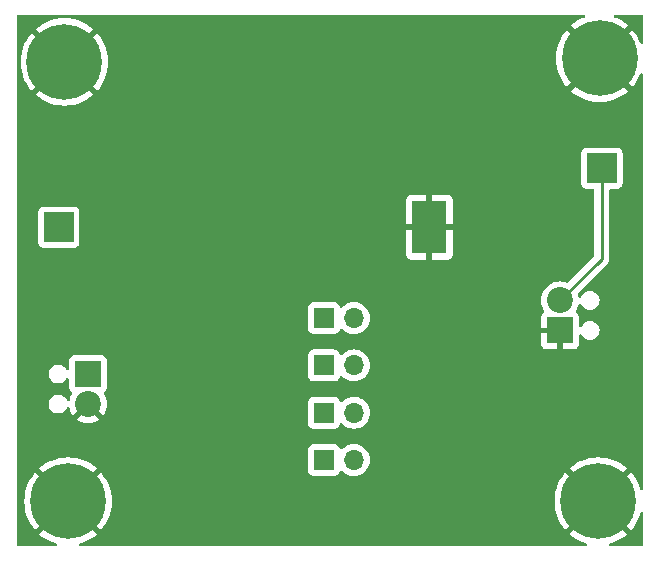
<source format=gbr>
%TF.GenerationSoftware,KiCad,Pcbnew,7.0.1*%
%TF.CreationDate,2023-04-11T14:03:01+02:00*%
%TF.ProjectId,sistabossen,73697374-6162-46f7-9373-656e2e6b6963,rev?*%
%TF.SameCoordinates,Original*%
%TF.FileFunction,Copper,L2,Bot*%
%TF.FilePolarity,Positive*%
%FSLAX46Y46*%
G04 Gerber Fmt 4.6, Leading zero omitted, Abs format (unit mm)*
G04 Created by KiCad (PCBNEW 7.0.1) date 2023-04-11 14:03:01*
%MOMM*%
%LPD*%
G01*
G04 APERTURE LIST*
%TA.AperFunction,ComponentPad*%
%ADD10C,0.600000*%
%TD*%
%TA.AperFunction,SMDPad,CuDef*%
%ADD11R,2.950000X4.500000*%
%TD*%
%TA.AperFunction,ComponentPad*%
%ADD12R,2.200000X2.200000*%
%TD*%
%TA.AperFunction,ComponentPad*%
%ADD13C,2.200000*%
%TD*%
%TA.AperFunction,ComponentPad*%
%ADD14R,1.700000X1.700000*%
%TD*%
%TA.AperFunction,ComponentPad*%
%ADD15O,1.700000X1.700000*%
%TD*%
%TA.AperFunction,ComponentPad*%
%ADD16R,2.500000X2.500000*%
%TD*%
%TA.AperFunction,ComponentPad*%
%ADD17C,0.800000*%
%TD*%
%TA.AperFunction,ComponentPad*%
%ADD18C,6.400000*%
%TD*%
%TA.AperFunction,ViaPad*%
%ADD19C,0.800000*%
%TD*%
%TA.AperFunction,Conductor*%
%ADD20C,0.250000*%
%TD*%
G04 APERTURE END LIST*
D10*
%TO.P,U1,9,GNDPAD*%
%TO.N,GND*%
X101300000Y-56197056D03*
X101300000Y-57397056D03*
X101300000Y-58697056D03*
X101300000Y-59797056D03*
D11*
X101900000Y-57997056D03*
D10*
X102500000Y-56197056D03*
X102500000Y-57397056D03*
X102500000Y-58697056D03*
X102500000Y-59797056D03*
%TD*%
D12*
%TO.P,J2,1,Pin_1*%
%TO.N,/VOUT*%
X73000000Y-70427056D03*
D13*
%TO.P,J2,2,Pin_2*%
%TO.N,GND*%
X73000000Y-72967056D03*
%TD*%
D14*
%TO.P,J3,1,Pin_1*%
%TO.N,Net-(J3-Pin_1)*%
X92960000Y-65697056D03*
D15*
%TO.P,J3,2,Pin_2*%
%TO.N,Net-(J3-Pin_2)*%
X95500000Y-65697056D03*
%TD*%
D14*
%TO.P,J5,1,Pin_1*%
%TO.N,Net-(J3-Pin_1)*%
X92960000Y-73697056D03*
D15*
%TO.P,J5,2,Pin_2*%
%TO.N,Net-(J5-Pin_2)*%
X95500000Y-73697056D03*
%TD*%
D14*
%TO.P,J6,1,Pin_1*%
%TO.N,Net-(J3-Pin_1)*%
X92960000Y-77697056D03*
D15*
%TO.P,J6,2,Pin_2*%
%TO.N,Net-(J6-Pin_2)*%
X95500000Y-77697056D03*
%TD*%
D14*
%TO.P,J4,1,Pin_1*%
%TO.N,Net-(J3-Pin_1)*%
X92960000Y-69697056D03*
D15*
%TO.P,J4,2,Pin_2*%
%TO.N,Net-(J4-Pin_2)*%
X95500000Y-69697056D03*
%TD*%
D12*
%TO.P,J1,1,Pin_1*%
%TO.N,GND*%
X112960000Y-66737056D03*
D13*
%TO.P,J1,2,Pin_2*%
%TO.N,/VIN*%
X112960000Y-64197056D03*
%TD*%
D16*
%TO.P,TP3,1,1*%
%TO.N,/VOUT*%
X70500000Y-58000000D03*
%TD*%
D17*
%TO.P,H3,1,1*%
%TO.N,GND*%
X113797056Y-81197056D03*
X114500000Y-79500000D03*
X114500000Y-82894112D03*
X116197056Y-78797056D03*
D18*
X116197056Y-81197056D03*
D17*
X116197056Y-83597056D03*
X117894112Y-79500000D03*
X117894112Y-82894112D03*
X118597056Y-81197056D03*
%TD*%
%TO.P,H2,1,1*%
%TO.N,GND*%
X113902944Y-43697056D03*
X114605888Y-42000000D03*
X114605888Y-45394112D03*
X116302944Y-41297056D03*
D18*
X116302944Y-43697056D03*
D17*
X116302944Y-46097056D03*
X118000000Y-42000000D03*
X118000000Y-45394112D03*
X118702944Y-43697056D03*
%TD*%
D16*
%TO.P,TP1,1,1*%
%TO.N,/VIN*%
X116500000Y-53000000D03*
%TD*%
D17*
%TO.P,H1,1,1*%
%TO.N,GND*%
X68600000Y-44000000D03*
X69302944Y-42302944D03*
X69302944Y-45697056D03*
X71000000Y-41600000D03*
D18*
X71000000Y-44000000D03*
D17*
X71000000Y-46400000D03*
X72697056Y-42302944D03*
X72697056Y-45697056D03*
X73400000Y-44000000D03*
%TD*%
%TO.P,H4,1,1*%
%TO.N,GND*%
X68902944Y-81197056D03*
X69605888Y-79500000D03*
X69605888Y-82894112D03*
X71302944Y-78797056D03*
D18*
X71302944Y-81197056D03*
D17*
X71302944Y-83597056D03*
X73000000Y-79500000D03*
X73000000Y-82894112D03*
X73702944Y-81197056D03*
%TD*%
D19*
%TO.N,GND*%
X101000000Y-80500000D03*
X111000000Y-61000000D03*
X101000000Y-49500000D03*
X83000000Y-77500000D03*
%TD*%
D20*
%TO.N,/VIN*%
X116500000Y-53000000D02*
X116500000Y-60657056D01*
X116500000Y-60657056D02*
X112960000Y-64197056D01*
%TD*%
%TA.AperFunction,Conductor*%
%TO.N,GND*%
G36*
X115004514Y-40019113D02*
G01*
X115050240Y-40069365D01*
X115062622Y-40136169D01*
X115037942Y-40199470D01*
X114983610Y-40240264D01*
X114795953Y-40312298D01*
X114450400Y-40488365D01*
X114125158Y-40699582D01*
X113867592Y-40908152D01*
X116302944Y-43343503D01*
X116302945Y-43343503D01*
X118738294Y-40908152D01*
X118738294Y-40908151D01*
X118480736Y-40699586D01*
X118155487Y-40488365D01*
X117809934Y-40312298D01*
X117622278Y-40240264D01*
X117567946Y-40199470D01*
X117543266Y-40136169D01*
X117555648Y-40069365D01*
X117601374Y-40019113D01*
X117666716Y-40000500D01*
X119875500Y-40000500D01*
X119937500Y-40017113D01*
X119982887Y-40062500D01*
X119999500Y-40124500D01*
X119999500Y-42333284D01*
X119980887Y-42398626D01*
X119930635Y-42444352D01*
X119863831Y-42456734D01*
X119800530Y-42432054D01*
X119759736Y-42377722D01*
X119687701Y-42190065D01*
X119511634Y-41844512D01*
X119300413Y-41519263D01*
X119091848Y-41261705D01*
X119091847Y-41261704D01*
X116656497Y-43697056D01*
X119091846Y-46132405D01*
X119300417Y-45874842D01*
X119511634Y-45549599D01*
X119687701Y-45204046D01*
X119759736Y-45016390D01*
X119800530Y-44962058D01*
X119863831Y-44937378D01*
X119930635Y-44949760D01*
X119980887Y-44995486D01*
X119999500Y-45060828D01*
X119999500Y-80150392D01*
X119985489Y-80207649D01*
X119946623Y-80251967D01*
X119891685Y-80273331D01*
X119833089Y-80266914D01*
X119784077Y-80234165D01*
X119755725Y-80182485D01*
X119720795Y-80052124D01*
X119581813Y-79690065D01*
X119405746Y-79344512D01*
X119194525Y-79019263D01*
X118985960Y-78761705D01*
X118985959Y-78761704D01*
X116550609Y-81197056D01*
X116550609Y-81197057D01*
X118985958Y-83632405D01*
X119194529Y-83374842D01*
X119405746Y-83049599D01*
X119581813Y-82704046D01*
X119720795Y-82341987D01*
X119755725Y-82211627D01*
X119784077Y-82159947D01*
X119833089Y-82127198D01*
X119891685Y-82120781D01*
X119946623Y-82142145D01*
X119985489Y-82186463D01*
X119999500Y-82243720D01*
X119999500Y-84875500D01*
X119982887Y-84937500D01*
X119937500Y-84982887D01*
X119875500Y-84999500D01*
X117243720Y-84999500D01*
X117186463Y-84985489D01*
X117142145Y-84946623D01*
X117120781Y-84891685D01*
X117127198Y-84833089D01*
X117159947Y-84784077D01*
X117211627Y-84755725D01*
X117341987Y-84720795D01*
X117704046Y-84581813D01*
X118049599Y-84405746D01*
X118374842Y-84194529D01*
X118632405Y-83985958D01*
X116197056Y-81550609D01*
X113761704Y-83985959D01*
X113761705Y-83985960D01*
X114019263Y-84194525D01*
X114344512Y-84405746D01*
X114690065Y-84581813D01*
X115052124Y-84720795D01*
X115182485Y-84755725D01*
X115234165Y-84784077D01*
X115266914Y-84833089D01*
X115273331Y-84891685D01*
X115251967Y-84946623D01*
X115207649Y-84985489D01*
X115150392Y-84999500D01*
X72349608Y-84999500D01*
X72292351Y-84985489D01*
X72248033Y-84946623D01*
X72226669Y-84891685D01*
X72233086Y-84833089D01*
X72265835Y-84784077D01*
X72317515Y-84755725D01*
X72447875Y-84720795D01*
X72809934Y-84581813D01*
X73155487Y-84405746D01*
X73480730Y-84194529D01*
X73738293Y-83985958D01*
X71302944Y-81550609D01*
X68867592Y-83985959D01*
X68867593Y-83985960D01*
X69125151Y-84194525D01*
X69450400Y-84405746D01*
X69795953Y-84581813D01*
X70158012Y-84720795D01*
X70288373Y-84755725D01*
X70340053Y-84784077D01*
X70372802Y-84833089D01*
X70379219Y-84891685D01*
X70357855Y-84946623D01*
X70313537Y-84985489D01*
X70256280Y-84999500D01*
X67500099Y-84999500D01*
X67124500Y-84999500D01*
X67062500Y-84982887D01*
X67017113Y-84937500D01*
X67000500Y-84875500D01*
X67000500Y-81197056D01*
X67597866Y-81197056D01*
X67618163Y-81584344D01*
X67678829Y-81967381D01*
X67779204Y-82341987D01*
X67918186Y-82704046D01*
X68094253Y-83049599D01*
X68305474Y-83374848D01*
X68514039Y-83632406D01*
X68514040Y-83632406D01*
X70949391Y-81197057D01*
X70949391Y-81197056D01*
X71656497Y-81197056D01*
X74091846Y-83632405D01*
X74300417Y-83374842D01*
X74511634Y-83049599D01*
X74687701Y-82704046D01*
X74826683Y-82341987D01*
X74927058Y-81967381D01*
X74987724Y-81584344D01*
X75008021Y-81197056D01*
X112491978Y-81197056D01*
X112512275Y-81584344D01*
X112572941Y-81967381D01*
X112673316Y-82341987D01*
X112812298Y-82704046D01*
X112988365Y-83049599D01*
X113199586Y-83374848D01*
X113408151Y-83632406D01*
X113408152Y-83632406D01*
X115843503Y-81197057D01*
X115843503Y-81197056D01*
X113408152Y-78761704D01*
X113199582Y-79019270D01*
X112988365Y-79344512D01*
X112812298Y-79690065D01*
X112673316Y-80052124D01*
X112572941Y-80426730D01*
X112512275Y-80809767D01*
X112491978Y-81197056D01*
X75008021Y-81197056D01*
X74987724Y-80809767D01*
X74927058Y-80426730D01*
X74826683Y-80052124D01*
X74687701Y-79690065D01*
X74511634Y-79344512D01*
X74300413Y-79019263D01*
X74091848Y-78761705D01*
X74091847Y-78761704D01*
X71656497Y-81197056D01*
X70949391Y-81197056D01*
X68514040Y-78761704D01*
X68305470Y-79019270D01*
X68094253Y-79344512D01*
X67918186Y-79690065D01*
X67779204Y-80052124D01*
X67678829Y-80426730D01*
X67618163Y-80809767D01*
X67597866Y-81197056D01*
X67000500Y-81197056D01*
X67000500Y-78408152D01*
X68867592Y-78408152D01*
X71302944Y-80843503D01*
X71302945Y-80843503D01*
X73551521Y-78594925D01*
X91609500Y-78594925D01*
X91615909Y-78654540D01*
X91641056Y-78721963D01*
X91666204Y-78789387D01*
X91752454Y-78904602D01*
X91867669Y-78990852D01*
X92002517Y-79041147D01*
X92062127Y-79047556D01*
X93857872Y-79047555D01*
X93917483Y-79041147D01*
X94052331Y-78990852D01*
X94167546Y-78904602D01*
X94253796Y-78789387D01*
X94302810Y-78657972D01*
X94337789Y-78607593D01*
X94392634Y-78580140D01*
X94453927Y-78582329D01*
X94506672Y-78613624D01*
X94628599Y-78735551D01*
X94822170Y-78871091D01*
X95036337Y-78970959D01*
X95264592Y-79032119D01*
X95500000Y-79052715D01*
X95735408Y-79032119D01*
X95963663Y-78970959D01*
X96177830Y-78871091D01*
X96371401Y-78735551D01*
X96538495Y-78568457D01*
X96650742Y-78408152D01*
X113761704Y-78408152D01*
X116197056Y-80843503D01*
X116197057Y-80843503D01*
X118632406Y-78408152D01*
X118632406Y-78408151D01*
X118374848Y-78199586D01*
X118049599Y-77988365D01*
X117704046Y-77812298D01*
X117341987Y-77673316D01*
X116967381Y-77572941D01*
X116584344Y-77512275D01*
X116197056Y-77491978D01*
X115809767Y-77512275D01*
X115426730Y-77572941D01*
X115052124Y-77673316D01*
X114690065Y-77812298D01*
X114344512Y-77988365D01*
X114019270Y-78199582D01*
X113761704Y-78408152D01*
X96650742Y-78408152D01*
X96674035Y-78374886D01*
X96773903Y-78160719D01*
X96835063Y-77932464D01*
X96855659Y-77697056D01*
X96835063Y-77461648D01*
X96773903Y-77233393D01*
X96674035Y-77019227D01*
X96538495Y-76825655D01*
X96371401Y-76658561D01*
X96177830Y-76523021D01*
X95963663Y-76423153D01*
X95902502Y-76406765D01*
X95735407Y-76361992D01*
X95500000Y-76341396D01*
X95264592Y-76361992D01*
X95036336Y-76423153D01*
X94822170Y-76523021D01*
X94628601Y-76658559D01*
X94506673Y-76780487D01*
X94453926Y-76811782D01*
X94392634Y-76813971D01*
X94337789Y-76786518D01*
X94302810Y-76736138D01*
X94295658Y-76716963D01*
X94253796Y-76604725D01*
X94167546Y-76489510D01*
X94052331Y-76403260D01*
X93917483Y-76352965D01*
X93857873Y-76346556D01*
X93857869Y-76346556D01*
X92062130Y-76346556D01*
X92002515Y-76352965D01*
X91867669Y-76403260D01*
X91752454Y-76489510D01*
X91666204Y-76604724D01*
X91615909Y-76739572D01*
X91609500Y-76799186D01*
X91609500Y-78594925D01*
X73551521Y-78594925D01*
X73738294Y-78408152D01*
X73738294Y-78408151D01*
X73480736Y-78199586D01*
X73155487Y-77988365D01*
X72809934Y-77812298D01*
X72447875Y-77673316D01*
X72073269Y-77572941D01*
X71690232Y-77512275D01*
X71302944Y-77491978D01*
X70915655Y-77512275D01*
X70532618Y-77572941D01*
X70158012Y-77673316D01*
X69795953Y-77812298D01*
X69450400Y-77988365D01*
X69125158Y-78199582D01*
X68867592Y-78408152D01*
X67000500Y-78408152D01*
X67000500Y-74594925D01*
X91609500Y-74594925D01*
X91615909Y-74654540D01*
X91641056Y-74721962D01*
X91666204Y-74789387D01*
X91752454Y-74904602D01*
X91867669Y-74990852D01*
X92002517Y-75041147D01*
X92062127Y-75047556D01*
X93857872Y-75047555D01*
X93917483Y-75041147D01*
X94052331Y-74990852D01*
X94167546Y-74904602D01*
X94253796Y-74789387D01*
X94302810Y-74657972D01*
X94337789Y-74607593D01*
X94392634Y-74580140D01*
X94453927Y-74582329D01*
X94506673Y-74613625D01*
X94628599Y-74735551D01*
X94822170Y-74871091D01*
X95036337Y-74970959D01*
X95264592Y-75032119D01*
X95500000Y-75052715D01*
X95735408Y-75032119D01*
X95963663Y-74970959D01*
X96177830Y-74871091D01*
X96371401Y-74735551D01*
X96538495Y-74568457D01*
X96674035Y-74374886D01*
X96773903Y-74160719D01*
X96835063Y-73932464D01*
X96855659Y-73697056D01*
X96835063Y-73461648D01*
X96773903Y-73233393D01*
X96674035Y-73019227D01*
X96538495Y-72825655D01*
X96371401Y-72658561D01*
X96177830Y-72523021D01*
X95963663Y-72423153D01*
X95902502Y-72406765D01*
X95735407Y-72361992D01*
X95500000Y-72341396D01*
X95264592Y-72361992D01*
X95036336Y-72423153D01*
X94822170Y-72523021D01*
X94628601Y-72658559D01*
X94506673Y-72780487D01*
X94453926Y-72811782D01*
X94392634Y-72813971D01*
X94337789Y-72786518D01*
X94302810Y-72736138D01*
X94289391Y-72700160D01*
X94253796Y-72604725D01*
X94167546Y-72489510D01*
X94052331Y-72403260D01*
X93917483Y-72352965D01*
X93857873Y-72346556D01*
X93857869Y-72346556D01*
X92062130Y-72346556D01*
X92002515Y-72352965D01*
X91867669Y-72403260D01*
X91752454Y-72489510D01*
X91666204Y-72604724D01*
X91621288Y-72725149D01*
X91615909Y-72739573D01*
X91610724Y-72787804D01*
X91609500Y-72799186D01*
X91609500Y-74594925D01*
X67000500Y-74594925D01*
X67000500Y-74264788D01*
X72055819Y-74264788D01*
X72055820Y-74264789D01*
X72056631Y-74265483D01*
X72271372Y-74397075D01*
X72504043Y-74493452D01*
X72748929Y-74552243D01*
X72999999Y-74572003D01*
X73251070Y-74552243D01*
X73495956Y-74493452D01*
X73728632Y-74397073D01*
X73943364Y-74265486D01*
X73944179Y-74264788D01*
X73000001Y-73320609D01*
X73000000Y-73320609D01*
X72055819Y-74264788D01*
X67000500Y-74264788D01*
X67000500Y-72967056D01*
X69654434Y-72967056D01*
X69674631Y-73146307D01*
X69674631Y-73146309D01*
X69674632Y-73146311D01*
X69734211Y-73316578D01*
X69734212Y-73316579D01*
X69830185Y-73469320D01*
X69957735Y-73596870D01*
X69957737Y-73596871D01*
X69957738Y-73596872D01*
X70110478Y-73692845D01*
X70280745Y-73752424D01*
X70347895Y-73759989D01*
X70415043Y-73767556D01*
X70415046Y-73767556D01*
X70504954Y-73767556D01*
X70504957Y-73767556D01*
X70562511Y-73761070D01*
X70639255Y-73752424D01*
X70809522Y-73692845D01*
X70962262Y-73596872D01*
X71089816Y-73469318D01*
X71185789Y-73316578D01*
X71196420Y-73286193D01*
X71231667Y-73233951D01*
X71288043Y-73205781D01*
X71350985Y-73208962D01*
X71404234Y-73242670D01*
X71434036Y-73298201D01*
X71473603Y-73463012D01*
X71569982Y-73695688D01*
X71701570Y-73910421D01*
X71702265Y-73911234D01*
X71702266Y-73911234D01*
X72912318Y-72701183D01*
X72967905Y-72669089D01*
X73032093Y-72669089D01*
X73087680Y-72701183D01*
X74297732Y-73911235D01*
X74298430Y-73910420D01*
X74430017Y-73695688D01*
X74526396Y-73463012D01*
X74585187Y-73218126D01*
X74604947Y-72967055D01*
X74585187Y-72715985D01*
X74526396Y-72471099D01*
X74430017Y-72238423D01*
X74349077Y-72106340D01*
X74331006Y-72048629D01*
X74342380Y-71989235D01*
X74380494Y-71942283D01*
X74457546Y-71884602D01*
X74543796Y-71769387D01*
X74594091Y-71634539D01*
X74600500Y-71574929D01*
X74600500Y-70594925D01*
X91609500Y-70594925D01*
X91615909Y-70654540D01*
X91641056Y-70721962D01*
X91666204Y-70789387D01*
X91752454Y-70904602D01*
X91867669Y-70990852D01*
X92002517Y-71041147D01*
X92062127Y-71047556D01*
X93857872Y-71047555D01*
X93917483Y-71041147D01*
X94052331Y-70990852D01*
X94167546Y-70904602D01*
X94253796Y-70789387D01*
X94302810Y-70657972D01*
X94337789Y-70607593D01*
X94392634Y-70580140D01*
X94453927Y-70582329D01*
X94506673Y-70613625D01*
X94628599Y-70735551D01*
X94822170Y-70871091D01*
X95036337Y-70970959D01*
X95264592Y-71032119D01*
X95500000Y-71052715D01*
X95735408Y-71032119D01*
X95963663Y-70970959D01*
X96177830Y-70871091D01*
X96371401Y-70735551D01*
X96538495Y-70568457D01*
X96674035Y-70374886D01*
X96773903Y-70160719D01*
X96835063Y-69932464D01*
X96855659Y-69697056D01*
X96835063Y-69461648D01*
X96773903Y-69233393D01*
X96674035Y-69019227D01*
X96538495Y-68825655D01*
X96371401Y-68658561D01*
X96177830Y-68523021D01*
X95963663Y-68423153D01*
X95902502Y-68406765D01*
X95735407Y-68361992D01*
X95500000Y-68341396D01*
X95264592Y-68361992D01*
X95036336Y-68423153D01*
X94822170Y-68523021D01*
X94628601Y-68658559D01*
X94506673Y-68780487D01*
X94453926Y-68811782D01*
X94392634Y-68813971D01*
X94337789Y-68786518D01*
X94302810Y-68736138D01*
X94295658Y-68716963D01*
X94253796Y-68604725D01*
X94167546Y-68489510D01*
X94052331Y-68403260D01*
X93917483Y-68352965D01*
X93857873Y-68346556D01*
X93857869Y-68346556D01*
X92062130Y-68346556D01*
X92002515Y-68352965D01*
X91867669Y-68403260D01*
X91752454Y-68489510D01*
X91666204Y-68604724D01*
X91615909Y-68739572D01*
X91609500Y-68799186D01*
X91609500Y-70594925D01*
X74600500Y-70594925D01*
X74600499Y-69279184D01*
X74594091Y-69219573D01*
X74543796Y-69084725D01*
X74457546Y-68969510D01*
X74342331Y-68883260D01*
X74207483Y-68832965D01*
X74147873Y-68826556D01*
X74147869Y-68826556D01*
X71852130Y-68826556D01*
X71792515Y-68832965D01*
X71657669Y-68883260D01*
X71542454Y-68969510D01*
X71456204Y-69084724D01*
X71405909Y-69219572D01*
X71399500Y-69279187D01*
X71399500Y-69987240D01*
X71383348Y-70048435D01*
X71339099Y-70093688D01*
X71278282Y-70111209D01*
X71216740Y-70096434D01*
X71170506Y-70053212D01*
X71167504Y-70048435D01*
X71089816Y-69924794D01*
X71089815Y-69924793D01*
X71089814Y-69924791D01*
X70962264Y-69797241D01*
X70899867Y-69758034D01*
X70809522Y-69701267D01*
X70639255Y-69641688D01*
X70639253Y-69641687D01*
X70639251Y-69641687D01*
X70504957Y-69626556D01*
X70504954Y-69626556D01*
X70415046Y-69626556D01*
X70415043Y-69626556D01*
X70280748Y-69641687D01*
X70280745Y-69641687D01*
X70280745Y-69641688D01*
X70110478Y-69701267D01*
X70110476Y-69701267D01*
X70110476Y-69701268D01*
X69957735Y-69797241D01*
X69830185Y-69924791D01*
X69734212Y-70077532D01*
X69734211Y-70077534D01*
X69727598Y-70096434D01*
X69674631Y-70247804D01*
X69654434Y-70427055D01*
X69674631Y-70606307D01*
X69674631Y-70606309D01*
X69674632Y-70606311D01*
X69734211Y-70776578D01*
X69749494Y-70800900D01*
X69830185Y-70929320D01*
X69957735Y-71056870D01*
X69957737Y-71056871D01*
X69957738Y-71056872D01*
X70110478Y-71152845D01*
X70280745Y-71212424D01*
X70347895Y-71219990D01*
X70415043Y-71227556D01*
X70415046Y-71227556D01*
X70504954Y-71227556D01*
X70504957Y-71227556D01*
X70562511Y-71221070D01*
X70639255Y-71212424D01*
X70809522Y-71152845D01*
X70962262Y-71056872D01*
X71089816Y-70929318D01*
X71170507Y-70800898D01*
X71216740Y-70757677D01*
X71278282Y-70742902D01*
X71339099Y-70760423D01*
X71383348Y-70805676D01*
X71399500Y-70866871D01*
X71399500Y-71574925D01*
X71405909Y-71634539D01*
X71456204Y-71769387D01*
X71542454Y-71884602D01*
X71619506Y-71942283D01*
X71657619Y-71989235D01*
X71668993Y-72048629D01*
X71650923Y-72106339D01*
X71569981Y-72238425D01*
X71473603Y-72471099D01*
X71434036Y-72635910D01*
X71404234Y-72691440D01*
X71350985Y-72725149D01*
X71288044Y-72728330D01*
X71231668Y-72700160D01*
X71196420Y-72647917D01*
X71185789Y-72617534D01*
X71089816Y-72464794D01*
X71089815Y-72464793D01*
X71089814Y-72464791D01*
X70962264Y-72337241D01*
X70899867Y-72298035D01*
X70809522Y-72241267D01*
X70639255Y-72181688D01*
X70639253Y-72181687D01*
X70639251Y-72181687D01*
X70504957Y-72166556D01*
X70504954Y-72166556D01*
X70415046Y-72166556D01*
X70415043Y-72166556D01*
X70280748Y-72181687D01*
X70280745Y-72181687D01*
X70280745Y-72181688D01*
X70110478Y-72241267D01*
X70110476Y-72241267D01*
X70110476Y-72241268D01*
X69957735Y-72337241D01*
X69830185Y-72464791D01*
X69734212Y-72617532D01*
X69674631Y-72787804D01*
X69654434Y-72967056D01*
X67000500Y-72967056D01*
X67000500Y-66594925D01*
X91609500Y-66594925D01*
X91615909Y-66654540D01*
X91641056Y-66721962D01*
X91666204Y-66789387D01*
X91752454Y-66904602D01*
X91867669Y-66990852D01*
X92002517Y-67041147D01*
X92062127Y-67047556D01*
X93857872Y-67047555D01*
X93917483Y-67041147D01*
X94052331Y-66990852D01*
X94167546Y-66904602D01*
X94253796Y-66789387D01*
X94302810Y-66657972D01*
X94337789Y-66607593D01*
X94392634Y-66580140D01*
X94453927Y-66582329D01*
X94506673Y-66613625D01*
X94628599Y-66735551D01*
X94822170Y-66871091D01*
X95036337Y-66970959D01*
X95264592Y-67032119D01*
X95500000Y-67052715D01*
X95735408Y-67032119D01*
X95903587Y-66987056D01*
X111360000Y-66987056D01*
X111360000Y-67884880D01*
X111366402Y-67944431D01*
X111416647Y-68079145D01*
X111502811Y-68194244D01*
X111617910Y-68280408D01*
X111752624Y-68330653D01*
X111812176Y-68337056D01*
X112710000Y-68337056D01*
X112710000Y-66987056D01*
X111360000Y-66987056D01*
X95903587Y-66987056D01*
X95963663Y-66970959D01*
X96177830Y-66871091D01*
X96371401Y-66735551D01*
X96538495Y-66568457D01*
X96674035Y-66374886D01*
X96773903Y-66160719D01*
X96835063Y-65932464D01*
X96855659Y-65697056D01*
X96835063Y-65461648D01*
X96773903Y-65233393D01*
X96674035Y-65019227D01*
X96538495Y-64825655D01*
X96371401Y-64658561D01*
X96177830Y-64523021D01*
X95963663Y-64423153D01*
X95902502Y-64406765D01*
X95735407Y-64361992D01*
X95500000Y-64341396D01*
X95264592Y-64361992D01*
X95036336Y-64423153D01*
X94822170Y-64523021D01*
X94628601Y-64658559D01*
X94506673Y-64780487D01*
X94453926Y-64811782D01*
X94392634Y-64813971D01*
X94337789Y-64786518D01*
X94302810Y-64736138D01*
X94295658Y-64716963D01*
X94253796Y-64604725D01*
X94167546Y-64489510D01*
X94052331Y-64403260D01*
X93917483Y-64352965D01*
X93857873Y-64346556D01*
X93857869Y-64346556D01*
X92062130Y-64346556D01*
X92002515Y-64352965D01*
X91867669Y-64403260D01*
X91752454Y-64489510D01*
X91666204Y-64604724D01*
X91615909Y-64739572D01*
X91609500Y-64799186D01*
X91609500Y-66594925D01*
X67000500Y-66594925D01*
X67000500Y-64197056D01*
X111354551Y-64197056D01*
X111374317Y-64448205D01*
X111433126Y-64693166D01*
X111477041Y-64799186D01*
X111529534Y-64925915D01*
X111529535Y-64925916D01*
X111610782Y-65058500D01*
X111628853Y-65116211D01*
X111617479Y-65175605D01*
X111579367Y-65222556D01*
X111502811Y-65279865D01*
X111416647Y-65394966D01*
X111366402Y-65529680D01*
X111360000Y-65589232D01*
X111360000Y-66487056D01*
X113086000Y-66487056D01*
X113148000Y-66503669D01*
X113193387Y-66549056D01*
X113210000Y-66611056D01*
X113210000Y-68337056D01*
X114107824Y-68337056D01*
X114167375Y-68330653D01*
X114302089Y-68280408D01*
X114417188Y-68194244D01*
X114503352Y-68079145D01*
X114553597Y-67944431D01*
X114560000Y-67884880D01*
X114560000Y-67176077D01*
X114576152Y-67114882D01*
X114620401Y-67069629D01*
X114681218Y-67052108D01*
X114742760Y-67066883D01*
X114788994Y-67110105D01*
X114870184Y-67239319D01*
X114997735Y-67366870D01*
X114997737Y-67366871D01*
X114997738Y-67366872D01*
X115150478Y-67462845D01*
X115320745Y-67522424D01*
X115387895Y-67529990D01*
X115455043Y-67537556D01*
X115455046Y-67537556D01*
X115544954Y-67537556D01*
X115544957Y-67537556D01*
X115602511Y-67531070D01*
X115679255Y-67522424D01*
X115849522Y-67462845D01*
X116002262Y-67366872D01*
X116129816Y-67239318D01*
X116225789Y-67086578D01*
X116285368Y-66916311D01*
X116305565Y-66737056D01*
X116285368Y-66557801D01*
X116225789Y-66387534D01*
X116129816Y-66234794D01*
X116129815Y-66234793D01*
X116129814Y-66234791D01*
X116002264Y-66107241D01*
X115939867Y-66068035D01*
X115849522Y-66011267D01*
X115679255Y-65951688D01*
X115679253Y-65951687D01*
X115679251Y-65951687D01*
X115544957Y-65936556D01*
X115544954Y-65936556D01*
X115455046Y-65936556D01*
X115455043Y-65936556D01*
X115320748Y-65951687D01*
X115320745Y-65951687D01*
X115320745Y-65951688D01*
X115150478Y-66011267D01*
X115150476Y-66011267D01*
X115150476Y-66011268D01*
X114997735Y-66107241D01*
X114870184Y-66234792D01*
X114788994Y-66364007D01*
X114742760Y-66407229D01*
X114681218Y-66422004D01*
X114620401Y-66404483D01*
X114576152Y-66359230D01*
X114560000Y-66298035D01*
X114560000Y-65589232D01*
X114553597Y-65529680D01*
X114503352Y-65394966D01*
X114417188Y-65279866D01*
X114340633Y-65222557D01*
X114302520Y-65175605D01*
X114291146Y-65116210D01*
X114309216Y-65058501D01*
X114390466Y-64925915D01*
X114486873Y-64693167D01*
X114526268Y-64529070D01*
X114556069Y-64473542D01*
X114609318Y-64439833D01*
X114672259Y-64436652D01*
X114728635Y-64464821D01*
X114763883Y-64517064D01*
X114774209Y-64546575D01*
X114870185Y-64699320D01*
X114997735Y-64826870D01*
X114997737Y-64826871D01*
X114997738Y-64826872D01*
X115150478Y-64922845D01*
X115320745Y-64982424D01*
X115387895Y-64989990D01*
X115455043Y-64997556D01*
X115455046Y-64997556D01*
X115544954Y-64997556D01*
X115544957Y-64997556D01*
X115602511Y-64991070D01*
X115679255Y-64982424D01*
X115849522Y-64922845D01*
X116002262Y-64826872D01*
X116129816Y-64699318D01*
X116225789Y-64546578D01*
X116285368Y-64376311D01*
X116305565Y-64197056D01*
X116285368Y-64017801D01*
X116225789Y-63847534D01*
X116129816Y-63694794D01*
X116129815Y-63694793D01*
X116129814Y-63694791D01*
X116002264Y-63567241D01*
X115939867Y-63528035D01*
X115849522Y-63471267D01*
X115679255Y-63411688D01*
X115679253Y-63411687D01*
X115679251Y-63411687D01*
X115544957Y-63396556D01*
X115544954Y-63396556D01*
X115455046Y-63396556D01*
X115455043Y-63396556D01*
X115320748Y-63411687D01*
X115320745Y-63411687D01*
X115320745Y-63411688D01*
X115150478Y-63471267D01*
X115150476Y-63471267D01*
X115150476Y-63471268D01*
X114997735Y-63567241D01*
X114870185Y-63694791D01*
X114774210Y-63847535D01*
X114763883Y-63877048D01*
X114728635Y-63929290D01*
X114672259Y-63957459D01*
X114609318Y-63954278D01*
X114556069Y-63920569D01*
X114526268Y-63865039D01*
X114522065Y-63847534D01*
X114486873Y-63700945D01*
X114475766Y-63674131D01*
X114466327Y-63626680D01*
X114475766Y-63579227D01*
X114502643Y-63539001D01*
X116883789Y-61157856D01*
X116899885Y-61144962D01*
X116901873Y-61142843D01*
X116901877Y-61142842D01*
X116947948Y-61093779D01*
X116950566Y-61091079D01*
X116970120Y-61071527D01*
X116972581Y-61068354D01*
X116980156Y-61059483D01*
X117010062Y-61027638D01*
X117019712Y-61010083D01*
X117030400Y-60993813D01*
X117042671Y-60977994D01*
X117042673Y-60977992D01*
X117060026Y-60937888D01*
X117065157Y-60927418D01*
X117086197Y-60889148D01*
X117091175Y-60869755D01*
X117097481Y-60851338D01*
X117099018Y-60847784D01*
X117105438Y-60832952D01*
X117112272Y-60789801D01*
X117114635Y-60778387D01*
X117125500Y-60736075D01*
X117125500Y-60716040D01*
X117127027Y-60696641D01*
X117128014Y-60690408D01*
X117130160Y-60676860D01*
X117126050Y-60633381D01*
X117125500Y-60621712D01*
X117125500Y-54874499D01*
X117142113Y-54812499D01*
X117187500Y-54767112D01*
X117249500Y-54750499D01*
X117797870Y-54750499D01*
X117797872Y-54750499D01*
X117857483Y-54744091D01*
X117992331Y-54693796D01*
X118107546Y-54607546D01*
X118193796Y-54492331D01*
X118244091Y-54357483D01*
X118250500Y-54297873D01*
X118250499Y-51702128D01*
X118244091Y-51642517D01*
X118193796Y-51507669D01*
X118107546Y-51392454D01*
X117992331Y-51306204D01*
X117857483Y-51255909D01*
X117797873Y-51249500D01*
X117797869Y-51249500D01*
X115202130Y-51249500D01*
X115142515Y-51255909D01*
X115007669Y-51306204D01*
X114892454Y-51392454D01*
X114806204Y-51507668D01*
X114755909Y-51642516D01*
X114749500Y-51702130D01*
X114749500Y-54297869D01*
X114755909Y-54357483D01*
X114806204Y-54492331D01*
X114892454Y-54607546D01*
X115007669Y-54693796D01*
X115142517Y-54744091D01*
X115202127Y-54750500D01*
X115750500Y-54750500D01*
X115812500Y-54767113D01*
X115857887Y-54812500D01*
X115874500Y-54874500D01*
X115874500Y-60346604D01*
X115865061Y-60394057D01*
X115838181Y-60434285D01*
X113618055Y-62654408D01*
X113577827Y-62681288D01*
X113530374Y-62690727D01*
X113482921Y-62681288D01*
X113456110Y-62670182D01*
X113211149Y-62611373D01*
X112960000Y-62591607D01*
X112708850Y-62611373D01*
X112463889Y-62670182D01*
X112231139Y-62766591D01*
X112016342Y-62898219D01*
X112016340Y-62898220D01*
X112016341Y-62898220D01*
X111824776Y-63061832D01*
X111661164Y-63253397D01*
X111529534Y-63468197D01*
X111528262Y-63471268D01*
X111433126Y-63700945D01*
X111374317Y-63945906D01*
X111354551Y-64197056D01*
X67000500Y-64197056D01*
X67000500Y-59297869D01*
X68749500Y-59297869D01*
X68754865Y-59347769D01*
X68755909Y-59357483D01*
X68806204Y-59492331D01*
X68892454Y-59607546D01*
X69007669Y-59693796D01*
X69142517Y-59744091D01*
X69202127Y-59750500D01*
X71797872Y-59750499D01*
X71857483Y-59744091D01*
X71992331Y-59693796D01*
X72107546Y-59607546D01*
X72193796Y-59492331D01*
X72244091Y-59357483D01*
X72250500Y-59297873D01*
X72250499Y-58247056D01*
X99925000Y-58247056D01*
X99925000Y-60294880D01*
X99931402Y-60354431D01*
X99981647Y-60489145D01*
X100067811Y-60604244D01*
X100182910Y-60690408D01*
X100317624Y-60740653D01*
X100377176Y-60747056D01*
X101650000Y-60747056D01*
X101650000Y-59800609D01*
X101649999Y-59800608D01*
X101387680Y-60062927D01*
X101332092Y-60095021D01*
X101267905Y-60095021D01*
X101212318Y-60062927D01*
X100616934Y-59467543D01*
X100584840Y-59411955D01*
X100584840Y-59347768D01*
X100616934Y-59292180D01*
X100662058Y-59247056D01*
X101103553Y-59247056D01*
X101300000Y-59443503D01*
X101496447Y-59247056D01*
X102303553Y-59247056D01*
X102500000Y-59443503D01*
X102696447Y-59247056D01*
X102500000Y-59050609D01*
X102303553Y-59247056D01*
X101496447Y-59247056D01*
X101300000Y-59050609D01*
X101103553Y-59247056D01*
X100662058Y-59247056D01*
X100662059Y-59247055D01*
X100616934Y-59201930D01*
X100584840Y-59146343D01*
X100584840Y-59082155D01*
X100616934Y-59026568D01*
X101212318Y-58431184D01*
X101267905Y-58399090D01*
X101332093Y-58399090D01*
X101387680Y-58431184D01*
X101649999Y-58693503D01*
X101650000Y-58693503D01*
X101650000Y-58247056D01*
X102150000Y-58247056D01*
X102150000Y-58693503D01*
X102412319Y-58431184D01*
X102467906Y-58399090D01*
X102532093Y-58399090D01*
X102587681Y-58431184D01*
X103183065Y-59026568D01*
X103215159Y-59082155D01*
X103215159Y-59146343D01*
X103183065Y-59201930D01*
X103137939Y-59247056D01*
X103183065Y-59292182D01*
X103215159Y-59347769D01*
X103215159Y-59411957D01*
X103183065Y-59467544D01*
X102587681Y-60062927D01*
X102532093Y-60095021D01*
X102467906Y-60095021D01*
X102412319Y-60062927D01*
X102150000Y-59800608D01*
X102150000Y-60747056D01*
X103422824Y-60747056D01*
X103482375Y-60740653D01*
X103617089Y-60690408D01*
X103732188Y-60604244D01*
X103818352Y-60489145D01*
X103868597Y-60354431D01*
X103875000Y-60294880D01*
X103875000Y-58247056D01*
X102150000Y-58247056D01*
X101650000Y-58247056D01*
X99925000Y-58247056D01*
X72250499Y-58247056D01*
X72250499Y-57747056D01*
X99925000Y-57747056D01*
X101650000Y-57747056D01*
X101650000Y-55247056D01*
X102150000Y-55247056D01*
X102150000Y-57747056D01*
X103875000Y-57747056D01*
X103875000Y-55699232D01*
X103868597Y-55639680D01*
X103818352Y-55504966D01*
X103732188Y-55389867D01*
X103617089Y-55303703D01*
X103482375Y-55253458D01*
X103422824Y-55247056D01*
X102150000Y-55247056D01*
X101650000Y-55247056D01*
X100377176Y-55247056D01*
X100317624Y-55253458D01*
X100182910Y-55303703D01*
X100067811Y-55389867D01*
X99981647Y-55504966D01*
X99931402Y-55639680D01*
X99925000Y-55699232D01*
X99925000Y-57747056D01*
X72250499Y-57747056D01*
X72250499Y-56702128D01*
X72244091Y-56642517D01*
X72193796Y-56507669D01*
X72107546Y-56392454D01*
X71992331Y-56306204D01*
X71857483Y-56255909D01*
X71797873Y-56249500D01*
X71797869Y-56249500D01*
X69202130Y-56249500D01*
X69142515Y-56255909D01*
X69007669Y-56306204D01*
X68892454Y-56392454D01*
X68806204Y-56507668D01*
X68755909Y-56642516D01*
X68749500Y-56702130D01*
X68749500Y-59297869D01*
X67000500Y-59297869D01*
X67000500Y-46788903D01*
X68564648Y-46788903D01*
X68564649Y-46788904D01*
X68822207Y-46997469D01*
X69147456Y-47208690D01*
X69493009Y-47384757D01*
X69855068Y-47523739D01*
X70229674Y-47624114D01*
X70612711Y-47684780D01*
X71000000Y-47705077D01*
X71387288Y-47684780D01*
X71770325Y-47624114D01*
X72144931Y-47523739D01*
X72506990Y-47384757D01*
X72852543Y-47208690D01*
X73177786Y-46997473D01*
X73435349Y-46788902D01*
X73132406Y-46485959D01*
X113867592Y-46485959D01*
X113867593Y-46485960D01*
X114125151Y-46694525D01*
X114450400Y-46905746D01*
X114795953Y-47081813D01*
X115158012Y-47220795D01*
X115532618Y-47321170D01*
X115915655Y-47381836D01*
X116302944Y-47402133D01*
X116690232Y-47381836D01*
X117073269Y-47321170D01*
X117447875Y-47220795D01*
X117809934Y-47081813D01*
X118155487Y-46905746D01*
X118480730Y-46694529D01*
X118738293Y-46485958D01*
X116302944Y-44050609D01*
X113867592Y-46485959D01*
X73132406Y-46485959D01*
X71000000Y-44353553D01*
X68564648Y-46788903D01*
X67000500Y-46788903D01*
X67000500Y-44000000D01*
X67294922Y-44000000D01*
X67315219Y-44387288D01*
X67375885Y-44770325D01*
X67476260Y-45144931D01*
X67615242Y-45506990D01*
X67791309Y-45852543D01*
X68002530Y-46177792D01*
X68211095Y-46435350D01*
X68211096Y-46435350D01*
X70646446Y-44000001D01*
X71353553Y-44000001D01*
X73788902Y-46435349D01*
X73997473Y-46177786D01*
X74208690Y-45852543D01*
X74384757Y-45506990D01*
X74523739Y-45144931D01*
X74624114Y-44770325D01*
X74684780Y-44387288D01*
X74705077Y-43999999D01*
X74689200Y-43697056D01*
X112597866Y-43697056D01*
X112618163Y-44084344D01*
X112678829Y-44467381D01*
X112779204Y-44841987D01*
X112918186Y-45204046D01*
X113094253Y-45549599D01*
X113305474Y-45874848D01*
X113514039Y-46132406D01*
X113514040Y-46132406D01*
X115949391Y-43697056D01*
X113514040Y-41261704D01*
X113305470Y-41519270D01*
X113094253Y-41844512D01*
X112918186Y-42190065D01*
X112779204Y-42552124D01*
X112678829Y-42926730D01*
X112618163Y-43309767D01*
X112597866Y-43697056D01*
X74689200Y-43697056D01*
X74684780Y-43612711D01*
X74624114Y-43229674D01*
X74523739Y-42855068D01*
X74384757Y-42493009D01*
X74208690Y-42147456D01*
X73997469Y-41822207D01*
X73788904Y-41564649D01*
X73788903Y-41564648D01*
X71353553Y-44000000D01*
X71353553Y-44000001D01*
X70646446Y-44000001D01*
X70646447Y-44000000D01*
X68211096Y-41564648D01*
X68002526Y-41822214D01*
X67791309Y-42147456D01*
X67615242Y-42493009D01*
X67476260Y-42855068D01*
X67375885Y-43229674D01*
X67315219Y-43612711D01*
X67294922Y-44000000D01*
X67000500Y-44000000D01*
X67000500Y-41211096D01*
X68564648Y-41211096D01*
X71000000Y-43646447D01*
X71000001Y-43646447D01*
X73435350Y-41211096D01*
X73435350Y-41211095D01*
X73177792Y-41002530D01*
X72852543Y-40791309D01*
X72506990Y-40615242D01*
X72144931Y-40476260D01*
X71770325Y-40375885D01*
X71387288Y-40315219D01*
X71000000Y-40294922D01*
X70612711Y-40315219D01*
X70229674Y-40375885D01*
X69855068Y-40476260D01*
X69493009Y-40615242D01*
X69147456Y-40791309D01*
X68822214Y-41002526D01*
X68564648Y-41211096D01*
X67000500Y-41211096D01*
X67000500Y-40124500D01*
X67017113Y-40062500D01*
X67062500Y-40017113D01*
X67124500Y-40000500D01*
X114939172Y-40000500D01*
X115004514Y-40019113D01*
G37*
%TD.AperFunction*%
%TD*%
M02*

</source>
